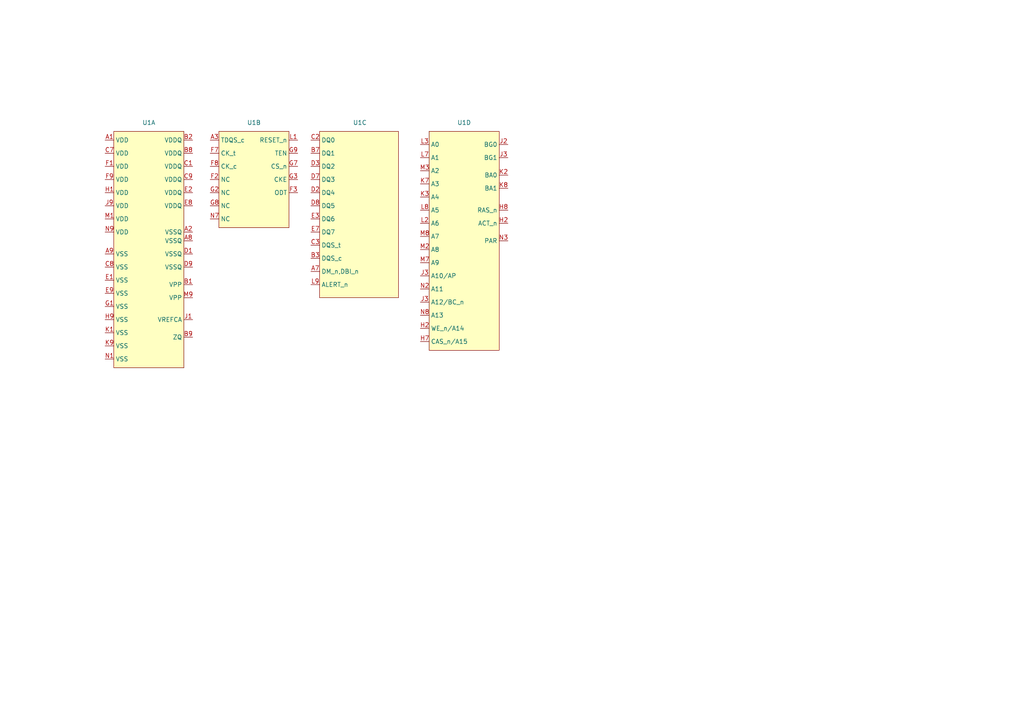
<source format=kicad_sch>
(kicad_sch (version 20250114) (generator "eeschema") (generator_version "9.0")
  (paper "A4")
  (lib_symbols
    (symbol "DDR4_DRAM_DIM:K4A8G045WC-BCPB"
      (property "Reference" "U" (at 0 27.178 0))
      (symbol "K4A8G045WC-BCPB_1_1"
        (rectangle (start -10.16 25.4) (end 10.16 -43.18) (fill (type background)))
        (pin power_in line (at -12.7 22.86 0) (length 2.54) (name "VDD") (number "A1"))
        (pin power_in line (at -12.7 19.05 0) (length 2.54) (name "VDD") (number "C7"))
        (pin power_in line (at -12.7 15.24 0) (length 2.54) (name "VDD") (number "F1"))
        (pin power_in line (at -12.7 11.43 0) (length 2.54) (name "VDD") (number "F9"))
        (pin power_in line (at -12.7 7.62 0) (length 2.54) (name "VDD") (number "H1"))
        (pin power_in line (at -12.7 3.81 0) (length 2.54) (name "VDD") (number "J9"))
        (pin power_in line (at -12.7 0 0) (length 2.54) (name "VDD") (number "M1"))
        (pin power_in line (at -12.7 -3.81 0) (length 2.54) (name "VDD") (number "N9"))
        (pin power_in line (at -12.7 -10.16 0) (length 2.54) (name "VSS") (number "A9"))
        (pin power_in line (at -12.7 -13.97 0) (length 2.54) (name "VSS") (number "C8"))
        (pin power_in line (at -12.7 -17.78 0) (length 2.54) (name "VSS") (number "E1"))
        (pin power_in line (at -12.7 -21.59 0) (length 2.54) (name "VSS") (number "E9"))
        (pin power_in line (at -12.7 -25.4 0) (length 2.54) (name "VSS") (number "G1"))
        (pin power_in line (at -12.7 -29.21 0) (length 2.54) (name "VSS") (number "H9"))
        (pin power_in line (at -12.7 -33.02 0) (length 2.54) (name "VSS") (number "K1"))
        (pin power_in line (at -12.7 -36.83 0) (length 2.54) (name "VSS") (number "K9"))
        (pin power_in line (at -12.7 -40.64 0) (length 2.54) (name "VSS") (number "N1"))
        (pin power_in line (at 12.7 22.86 180) (length 2.54) (name "VDDQ") (number "B2"))
        (pin power_in line (at 12.7 19.05 180) (length 2.54) (name "VDDQ") (number "B8"))
        (pin power_in line (at 12.7 15.24 180) (length 2.54) (name "VDDQ") (number "C1"))
        (pin power_in line (at 12.7 11.43 180) (length 2.54) (name "VDDQ") (number "C9"))
        (pin power_in line (at 12.7 7.62 180) (length 2.54) (name "VDDQ") (number "E2"))
        (pin power_in line (at 12.7 3.81 180) (length 2.54) (name "VDDQ") (number "E8"))
        (pin power_in line (at 12.7 -3.81 180) (length 2.54) (name "VSSQ") (number "A2"))
        (pin power_in line (at 12.7 -6.35 180) (length 2.54) (name "VSSQ") (number "A8"))
        (pin power_in line (at 12.7 -10.16 180) (length 2.54) (name "VSSQ") (number "D1"))
        (pin power_in line (at 12.7 -13.97 180) (length 2.54) (name "VSSQ") (number "D9"))
        (pin power_in line (at 12.7 -19.05 180) (length 2.54) (name "VPP") (number "B1"))
        (pin power_in line (at 12.7 -22.86 180) (length 2.54) (name "VPP") (number "M9"))
        (pin input line (at 12.7 -29.21 180) (length 2.54) (name "VREFCA") (number "J1"))
        (pin input line (at 12.7 -34.29 180) (length 2.54) (name "ZQ") (number "B9"))
      )
      (symbol "K4A8G045WC-BCPB_2_1"
        (rectangle (start -10.16 25.4) (end 10.16 -2.54) (fill (type background)))
        (pin output line (at -12.7 22.86 0) (length 2.54) (name "TDQS_c") (number "A3"))
        (pin input line (at -12.7 19.05 0) (length 2.54) (name "CK_t") (number "F7"))
        (pin input line (at -12.7 15.24 0) (length 2.54) (name "CK_c") (number "F8"))
        (pin free line (at -12.7 11.43 0) (length 2.54) (name "NC") (number "F2"))
        (pin free line (at -12.7 7.62 0) (length 2.54) (name "NC") (number "G2"))
        (pin free line (at -12.7 3.81 0) (length 2.54) (name "NC") (number "G8"))
        (pin free line (at -12.7 0 0) (length 2.54) (name "NC") (number "N7"))
        (pin input line (at 12.7 22.86 180) (length 2.54) (name "RESET_n") (number "L1"))
        (pin input line (at 12.7 19.05 180) (length 2.54) (name "TEN") (number "G9"))
        (pin input line (at 12.7 15.24 180) (length 2.54) (name "CS_n") (number "G7"))
        (pin input line (at 12.7 11.43 180) (length 2.54) (name "CKE") (number "G3"))
        (pin input line (at 12.7 7.62 180) (length 2.54) (name "ODT") (number "F3"))
      )
      (symbol "K4A8G045WC-BCPB_3_1"
        (rectangle (start -10.16 25.4) (end 12.7 -22.86) (fill (type background)))
        (pin bidirectional line (at -12.7 22.86 0) (length 2.54) (name "DQ0") (number "C2"))
        (pin bidirectional line (at -12.7 19.05 0) (length 2.54) (name "DQ1") (number "B7"))
        (pin bidirectional line (at -12.7 15.24 0) (length 2.54) (name "DQ2") (number "D3"))
        (pin bidirectional line (at -12.7 11.43 0) (length 2.54) (name "DQ3") (number "D7"))
        (pin bidirectional line (at -12.7 7.62 0) (length 2.54) (name "DQ4") (number "D2"))
        (pin bidirectional line (at -12.7 3.81 0) (length 2.54) (name "DQ5") (number "D8"))
        (pin bidirectional line (at -12.7 0 0) (length 2.54) (name "DQ6") (number "E3"))
        (pin bidirectional line (at -12.7 -3.81 0) (length 2.54) (name "DQ7") (number "E7"))
        (pin bidirectional line (at -12.7 -7.62 0) (length 2.54) (name "DQS_t") (number "C3"))
        (pin bidirectional line (at -12.7 -11.43 0) (length 2.54) (name "DQS_c") (number "B3"))
        (pin bidirectional line (at -12.7 -15.24 0) (length 2.54) (name "DM_n,DBI_n") (number "A7"))
        (pin bidirectional line (at -12.7 -19.05 0) (length 2.54) (name "ALERT_n") (number "L9"))
      )
      (symbol "K4A8G045WC-BCPB_4_1"
        (rectangle (start -10.16 25.4) (end 10.16 -38.1) (fill (type background)))
        (pin input line (at -12.7 21.59 0) (length 2.54) (name "A0") (number "L3"))
        (pin input line (at -12.7 17.78 0) (length 2.54) (name "A1") (number "L7"))
        (pin input line (at -12.7 13.97 0) (length 2.54) (name "A2") (number "M3"))
        (pin input line (at -12.7 10.16 0) (length 2.54) (name "A3") (number "K7"))
        (pin input line (at -12.7 6.35 0) (length 2.54) (name "A4") (number "K3"))
        (pin input line (at -12.7 2.54 0) (length 2.54) (name "A5") (number "L8"))
        (pin input line (at -12.7 -1.27 0) (length 2.54) (name "A6") (number "L2"))
        (pin input line (at -12.7 -5.08 0) (length 2.54) (name "A7") (number "M8"))
        (pin input line (at -12.7 -8.89 0) (length 2.54) (name "A8") (number "M2"))
        (pin input line (at -12.7 -12.7 0) (length 2.54) (name "A9") (number "M7"))
        (pin input line (at -12.7 -16.51 0) (length 2.54) (name "A10/AP") (number "J3"))
        (pin input line (at -12.7 -20.32 0) (length 2.54) (name "A11") (number "N2"))
        (pin input line (at -12.7 -24.13 0) (length 2.54) (name "A12/BC_n") (number "J3"))
        (pin input line (at -12.7 -27.94 0) (length 2.54) (name "A13") (number "N8"))
        (pin input line (at -12.7 -31.75 0) (length 2.54) (name "WE_n/A14") (number "H2"))
        (pin input line (at -12.7 -35.56 0) (length 2.54) (name "CAS_n/A15") (number "H7"))
        (pin input line (at 12.7 21.59 180) (length 2.54) (name "BG0") (number "J2"))
        (pin input line (at 12.7 17.78 180) (length 2.54) (name "BG1") (number "J3"))
        (pin input line (at 12.7 12.7 180) (length 2.54) (name "BA0") (number "K2"))
        (pin input line (at 12.7 8.89 180) (length 2.54) (name "BA1") (number "K8"))
        (pin input line (at 12.7 2.54 180) (length 2.54) (name "RAS_n") (number "H8"))
        (pin input line (at 12.7 -1.27 180) (length 2.54) (name "ACT_n") (number "H2"))
        (pin input line (at 12.7 -6.35 180) (length 2.54) (name "PAR") (number "N3"))
      )
    )
    (symbol "K4A8G045WC-BCPB_1"
      (property "Reference" "U" (at 0 27.178 0))
      (symbol "K4A8G045WC-BCPB_1_1_1"
        (rectangle (start -10.16 25.4) (end 10.16 -43.18) (fill (type background)))
        (pin power_in line (at -12.7 22.86 0) (length 2.54) (name "VDD") (number "A1"))
        (pin power_in line (at -12.7 19.05 0) (length 2.54) (name "VDD") (number "C7"))
        (pin power_in line (at -12.7 15.24 0) (length 2.54) (name "VDD") (number "F1"))
        (pin power_in line (at -12.7 11.43 0) (length 2.54) (name "VDD") (number "F9"))
        (pin power_in line (at -12.7 7.62 0) (length 2.54) (name "VDD") (number "H1"))
        (pin power_in line (at -12.7 3.81 0) (length 2.54) (name "VDD") (number "J9"))
        (pin power_in line (at -12.7 0 0) (length 2.54) (name "VDD") (number "M1"))
        (pin power_in line (at -12.7 -3.81 0) (length 2.54) (name "VDD") (number "N9"))
        (pin power_in line (at -12.7 -10.16 0) (length 2.54) (name "VSS") (number "A9"))
        (pin power_in line (at -12.7 -13.97 0) (length 2.54) (name "VSS") (number "C8"))
        (pin power_in line (at -12.7 -17.78 0) (length 2.54) (name "VSS") (number "E1"))
        (pin power_in line (at -12.7 -21.59 0) (length 2.54) (name "VSS") (number "E9"))
        (pin power_in line (at -12.7 -25.4 0) (length 2.54) (name "VSS") (number "G1"))
        (pin power_in line (at -12.7 -29.21 0) (length 2.54) (name "VSS") (number "H9"))
        (pin power_in line (at -12.7 -33.02 0) (length 2.54) (name "VSS") (number "K1"))
        (pin power_in line (at -12.7 -36.83 0) (length 2.54) (name "VSS") (number "K9"))
        (pin power_in line (at -12.7 -40.64 0) (length 2.54) (name "VSS") (number "N1"))
        (pin power_in line (at 12.7 22.86 180) (length 2.54) (name "VDDQ") (number "B2"))
        (pin power_in line (at 12.7 19.05 180) (length 2.54) (name "VDDQ") (number "B8"))
        (pin power_in line (at 12.7 15.24 180) (length 2.54) (name "VDDQ") (number "C1"))
        (pin power_in line (at 12.7 11.43 180) (length 2.54) (name "VDDQ") (number "C9"))
        (pin power_in line (at 12.7 7.62 180) (length 2.54) (name "VDDQ") (number "E2"))
        (pin power_in line (at 12.7 3.81 180) (length 2.54) (name "VDDQ") (number "E8"))
        (pin power_in line (at 12.7 -3.81 180) (length 2.54) (name "VSSQ") (number "A2"))
        (pin power_in line (at 12.7 -6.35 180) (length 2.54) (name "VSSQ") (number "A8"))
        (pin power_in line (at 12.7 -10.16 180) (length 2.54) (name "VSSQ") (number "D1"))
        (pin power_in line (at 12.7 -13.97 180) (length 2.54) (name "VSSQ") (number "D9"))
        (pin power_in line (at 12.7 -19.05 180) (length 2.54) (name "VPP") (number "B1"))
        (pin power_in line (at 12.7 -22.86 180) (length 2.54) (name "VPP") (number "M9"))
        (pin input line (at 12.7 -29.21 180) (length 2.54) (name "VREFCA") (number "J1"))
        (pin input line (at 12.7 -34.29 180) (length 2.54) (name "ZQ") (number "B9"))
      )
      (symbol "K4A8G045WC-BCPB_1_2_1"
        (rectangle (start -10.16 25.4) (end 10.16 -2.54) (fill (type background)))
        (pin output line (at -12.7 22.86 0) (length 2.54) (name "TDQS_c") (number "A3"))
        (pin input line (at -12.7 19.05 0) (length 2.54) (name "CK_t") (number "F7"))
        (pin input line (at -12.7 15.24 0) (length 2.54) (name "CK_c") (number "F8"))
        (pin free line (at -12.7 11.43 0) (length 2.54) (name "NC") (number "F2"))
        (pin free line (at -12.7 7.62 0) (length 2.54) (name "NC") (number "G2"))
        (pin free line (at -12.7 3.81 0) (length 2.54) (name "NC") (number "G8"))
        (pin free line (at -12.7 0 0) (length 2.54) (name "NC") (number "N7"))
        (pin input line (at 12.7 22.86 180) (length 2.54) (name "RESET_n") (number "L1"))
        (pin input line (at 12.7 19.05 180) (length 2.54) (name "TEN") (number "G9"))
        (pin input line (at 12.7 15.24 180) (length 2.54) (name "CS_n") (number "G7"))
        (pin input line (at 12.7 11.43 180) (length 2.54) (name "CKE") (number "G3"))
        (pin input line (at 12.7 7.62 180) (length 2.54) (name "ODT") (number "F3"))
      )
      (symbol "K4A8G045WC-BCPB_1_3_1"
        (rectangle (start -10.16 25.4) (end 12.7 -22.86) (fill (type background)))
        (pin bidirectional line (at -12.7 22.86 0) (length 2.54) (name "DQ0") (number "C2"))
        (pin bidirectional line (at -12.7 19.05 0) (length 2.54) (name "DQ1") (number "B7"))
        (pin bidirectional line (at -12.7 15.24 0) (length 2.54) (name "DQ2") (number "D3"))
        (pin bidirectional line (at -12.7 11.43 0) (length 2.54) (name "DQ3") (number "D7"))
        (pin bidirectional line (at -12.7 7.62 0) (length 2.54) (name "DQ4") (number "D2"))
        (pin bidirectional line (at -12.7 3.81 0) (length 2.54) (name "DQ5") (number "D8"))
        (pin bidirectional line (at -12.7 0 0) (length 2.54) (name "DQ6") (number "E3"))
        (pin bidirectional line (at -12.7 -3.81 0) (length 2.54) (name "DQ7") (number "E7"))
        (pin bidirectional line (at -12.7 -7.62 0) (length 2.54) (name "DQS_t") (number "C3"))
        (pin bidirectional line (at -12.7 -11.43 0) (length 2.54) (name "DQS_c") (number "B3"))
        (pin bidirectional line (at -12.7 -15.24 0) (length 2.54) (name "DM_n,DBI_n") (number "A7"))
        (pin bidirectional line (at -12.7 -19.05 0) (length 2.54) (name "ALERT_n") (number "L9"))
      )
      (symbol "K4A8G045WC-BCPB_1_4_1"
        (rectangle (start -10.16 25.4) (end 10.16 -38.1) (fill (type background)))
        (pin input line (at -12.7 21.59 0) (length 2.54) (name "A0") (number "L3"))
        (pin input line (at -12.7 17.78 0) (length 2.54) (name "A1") (number "L7"))
        (pin input line (at -12.7 13.97 0) (length 2.54) (name "A2") (number "M3"))
        (pin input line (at -12.7 10.16 0) (length 2.54) (name "A3") (number "K7"))
        (pin input line (at -12.7 6.35 0) (length 2.54) (name "A4") (number "K3"))
        (pin input line (at -12.7 2.54 0) (length 2.54) (name "A5") (number "L8"))
        (pin input line (at -12.7 -1.27 0) (length 2.54) (name "A6") (number "L2"))
        (pin input line (at -12.7 -5.08 0) (length 2.54) (name "A7") (number "M8"))
        (pin input line (at -12.7 -8.89 0) (length 2.54) (name "A8") (number "M2"))
        (pin input line (at -12.7 -12.7 0) (length 2.54) (name "A9") (number "M7"))
        (pin input line (at -12.7 -16.51 0) (length 2.54) (name "A10/AP") (number "J3"))
        (pin input line (at -12.7 -20.32 0) (length 2.54) (name "A11") (number "N2"))
        (pin input line (at -12.7 -24.13 0) (length 2.54) (name "A12/BC_n") (number "J3"))
        (pin input line (at -12.7 -27.94 0) (length 2.54) (name "A13") (number "N8"))
        (pin input line (at -12.7 -31.75 0) (length 2.54) (name "WE_n/A14") (number "H2"))
        (pin input line (at -12.7 -35.56 0) (length 2.54) (name "CAS_n/A15") (number "H7"))
        (pin input line (at 12.7 21.59 180) (length 2.54) (name "BG0") (number "J2"))
        (pin input line (at 12.7 17.78 180) (length 2.54) (name "BG1") (number "J3"))
        (pin input line (at 12.7 12.7 180) (length 2.54) (name "BA0") (number "K2"))
        (pin input line (at 12.7 8.89 180) (length 2.54) (name "BA1") (number "K8"))
        (pin input line (at 12.7 2.54 180) (length 2.54) (name "RAS_n") (number "H8"))
        (pin input line (at 12.7 -1.27 180) (length 2.54) (name "ACT_n") (number "H2"))
        (pin input line (at 12.7 -6.35 180) (length 2.54) (name "PAR") (number "N3"))
      )
    )
    (symbol "K4A8G045WC-BCPB_2"
      (property "Reference" "U" (at 0 27.178 0))
      (symbol "K4A8G045WC-BCPB_2_1_1"
        (rectangle (start -10.16 25.4) (end 10.16 -43.18) (fill (type background)))
        (pin power_in line (at -12.7 22.86 0) (length 2.54) (name "VDD") (number "A1"))
        (pin power_in line (at -12.7 19.05 0) (length 2.54) (name "VDD") (number "C7"))
        (pin power_in line (at -12.7 15.24 0) (length 2.54) (name "VDD") (number "F1"))
        (pin power_in line (at -12.7 11.43 0) (length 2.54) (name "VDD") (number "F9"))
        (pin power_in line (at -12.7 7.62 0) (length 2.54) (name "VDD") (number "H1"))
        (pin power_in line (at -12.7 3.81 0) (length 2.54) (name "VDD") (number "J9"))
        (pin power_in line (at -12.7 0 0) (length 2.54) (name "VDD") (number "M1"))
        (pin power_in line (at -12.7 -3.81 0) (length 2.54) (name "VDD") (number "N9"))
        (pin power_in line (at -12.7 -10.16 0) (length 2.54) (name "VSS") (number "A9"))
        (pin power_in line (at -12.7 -13.97 0) (length 2.54) (name "VSS") (number "C8"))
        (pin power_in line (at -12.7 -17.78 0) (length 2.54) (name "VSS") (number "E1"))
        (pin power_in line (at -12.7 -21.59 0) (length 2.54) (name "VSS") (number "E9"))
        (pin power_in line (at -12.7 -25.4 0) (length 2.54) (name "VSS") (number "G1"))
        (pin power_in line (at -12.7 -29.21 0) (length 2.54) (name "VSS") (number "H9"))
        (pin power_in line (at -12.7 -33.02 0) (length 2.54) (name "VSS") (number "K1"))
        (pin power_in line (at -12.7 -36.83 0) (length 2.54) (name "VSS") (number "K9"))
        (pin power_in line (at -12.7 -40.64 0) (length 2.54) (name "VSS") (number "N1"))
        (pin power_in line (at 12.7 22.86 180) (length 2.54) (name "VDDQ") (number "B2"))
        (pin power_in line (at 12.7 19.05 180) (length 2.54) (name "VDDQ") (number "B8"))
        (pin power_in line (at 12.7 15.24 180) (length 2.54) (name "VDDQ") (number "C1"))
        (pin power_in line (at 12.7 11.43 180) (length 2.54) (name "VDDQ") (number "C9"))
        (pin power_in line (at 12.7 7.62 180) (length 2.54) (name "VDDQ") (number "E2"))
        (pin power_in line (at 12.7 3.81 180) (length 2.54) (name "VDDQ") (number "E8"))
        (pin power_in line (at 12.7 -3.81 180) (length 2.54) (name "VSSQ") (number "A2"))
        (pin power_in line (at 12.7 -6.35 180) (length 2.54) (name "VSSQ") (number "A8"))
        (pin power_in line (at 12.7 -10.16 180) (length 2.54) (name "VSSQ") (number "D1"))
        (pin power_in line (at 12.7 -13.97 180) (length 2.54) (name "VSSQ") (number "D9"))
        (pin power_in line (at 12.7 -19.05 180) (length 2.54) (name "VPP") (number "B1"))
        (pin power_in line (at 12.7 -22.86 180) (length 2.54) (name "VPP") (number "M9"))
        (pin input line (at 12.7 -29.21 180) (length 2.54) (name "VREFCA") (number "J1"))
        (pin input line (at 12.7 -34.29 180) (length 2.54) (name "ZQ") (number "B9"))
      )
      (symbol "K4A8G045WC-BCPB_2_2_1"
        (rectangle (start -10.16 25.4) (end 10.16 -2.54) (fill (type background)))
        (pin output line (at -12.7 22.86 0) (length 2.54) (name "TDQS_c") (number "A3"))
        (pin input line (at -12.7 19.05 0) (length 2.54) (name "CK_t") (number "F7"))
        (pin input line (at -12.7 15.24 0) (length 2.54) (name "CK_c") (number "F8"))
        (pin free line (at -12.7 11.43 0) (length 2.54) (name "NC") (number "F2"))
        (pin free line (at -12.7 7.62 0) (length 2.54) (name "NC") (number "G2"))
        (pin free line (at -12.7 3.81 0) (length 2.54) (name "NC") (number "G8"))
        (pin free line (at -12.7 0 0) (length 2.54) (name "NC") (number "N7"))
        (pin input line (at 12.7 22.86 180) (length 2.54) (name "RESET_n") (number "L1"))
        (pin input line (at 12.7 19.05 180) (length 2.54) (name "TEN") (number "G9"))
        (pin input line (at 12.7 15.24 180) (length 2.54) (name "CS_n") (number "G7"))
        (pin input line (at 12.7 11.43 180) (length 2.54) (name "CKE") (number "G3"))
        (pin input line (at 12.7 7.62 180) (length 2.54) (name "ODT") (number "F3"))
      )
      (symbol "K4A8G045WC-BCPB_2_3_1"
        (rectangle (start -10.16 25.4) (end 12.7 -22.86) (fill (type background)))
        (pin bidirectional line (at -12.7 22.86 0) (length 2.54) (name "DQ0") (number "C2"))
        (pin bidirectional line (at -12.7 19.05 0) (length 2.54) (name "DQ1") (number "B7"))
        (pin bidirectional line (at -12.7 15.24 0) (length 2.54) (name "DQ2") (number "D3"))
        (pin bidirectional line (at -12.7 11.43 0) (length 2.54) (name "DQ3") (number "D7"))
        (pin bidirectional line (at -12.7 7.62 0) (length 2.54) (name "DQ4") (number "D2"))
        (pin bidirectional line (at -12.7 3.81 0) (length 2.54) (name "DQ5") (number "D8"))
        (pin bidirectional line (at -12.7 0 0) (length 2.54) (name "DQ6") (number "E3"))
        (pin bidirectional line (at -12.7 -3.81 0) (length 2.54) (name "DQ7") (number "E7"))
        (pin bidirectional line (at -12.7 -7.62 0) (length 2.54) (name "DQS_t") (number "C3"))
        (pin bidirectional line (at -12.7 -11.43 0) (length 2.54) (name "DQS_c") (number "B3"))
        (pin bidirectional line (at -12.7 -15.24 0) (length 2.54) (name "DM_n,DBI_n") (number "A7"))
        (pin bidirectional line (at -12.7 -19.05 0) (length 2.54) (name "ALERT_n") (number "L9"))
      )
      (symbol "K4A8G045WC-BCPB_2_4_1"
        (rectangle (start -10.16 25.4) (end 10.16 -38.1) (fill (type background)))
        (pin input line (at -12.7 21.59 0) (length 2.54) (name "A0") (number "L3"))
        (pin input line (at -12.7 17.78 0) (length 2.54) (name "A1") (number "L7"))
        (pin input line (at -12.7 13.97 0) (length 2.54) (name "A2") (number "M3"))
        (pin input line (at -12.7 10.16 0) (length 2.54) (name "A3") (number "K7"))
        (pin input line (at -12.7 6.35 0) (length 2.54) (name "A4") (number "K3"))
        (pin input line (at -12.7 2.54 0) (length 2.54) (name "A5") (number "L8"))
        (pin input line (at -12.7 -1.27 0) (length 2.54) (name "A6") (number "L2"))
        (pin input line (at -12.7 -5.08 0) (length 2.54) (name "A7") (number "M8"))
        (pin input line (at -12.7 -8.89 0) (length 2.54) (name "A8") (number "M2"))
        (pin input line (at -12.7 -12.7 0) (length 2.54) (name "A9") (number "M7"))
        (pin input line (at -12.7 -16.51 0) (length 2.54) (name "A10/AP") (number "J3"))
        (pin input line (at -12.7 -20.32 0) (length 2.54) (name "A11") (number "N2"))
        (pin input line (at -12.7 -24.13 0) (length 2.54) (name "A12/BC_n") (number "J3"))
        (pin input line (at -12.7 -27.94 0) (length 2.54) (name "A13") (number "N8"))
        (pin input line (at -12.7 -31.75 0) (length 2.54) (name "WE_n/A14") (number "H2"))
        (pin input line (at -12.7 -35.56 0) (length 2.54) (name "CAS_n/A15") (number "H7"))
        (pin input line (at 12.7 21.59 180) (length 2.54) (name "BG0") (number "J2"))
        (pin input line (at 12.7 17.78 180) (length 2.54) (name "BG1") (number "J3"))
        (pin input line (at 12.7 12.7 180) (length 2.54) (name "BA0") (number "K2"))
        (pin input line (at 12.7 8.89 180) (length 2.54) (name "BA1") (number "K8"))
        (pin input line (at 12.7 2.54 180) (length 2.54) (name "RAS_n") (number "H8"))
        (pin input line (at 12.7 -1.27 180) (length 2.54) (name "ACT_n") (number "H2"))
        (pin input line (at 12.7 -6.35 180) (length 2.54) (name "PAR") (number "N3"))
      )
    )
    (symbol "K4A8G045WC-BCPB_3"
      (property "Reference" "U" (at 0 27.178 0))
      (symbol "K4A8G045WC-BCPB_3_1_1"
        (rectangle (start -10.16 25.4) (end 10.16 -43.18) (fill (type background)))
        (pin power_in line (at -12.7 22.86 0) (length 2.54) (name "VDD") (number "A1"))
        (pin power_in line (at -12.7 19.05 0) (length 2.54) (name "VDD") (number "C7"))
        (pin power_in line (at -12.7 15.24 0) (length 2.54) (name "VDD") (number "F1"))
        (pin power_in line (at -12.7 11.43 0) (length 2.54) (name "VDD") (number "F9"))
        (pin power_in line (at -12.7 7.62 0) (length 2.54) (name "VDD") (number "H1"))
        (pin power_in line (at -12.7 3.81 0) (length 2.54) (name "VDD") (number "J9"))
        (pin power_in line (at -12.7 0 0) (length 2.54) (name "VDD") (number "M1"))
        (pin power_in line (at -12.7 -3.81 0) (length 2.54) (name "VDD") (number "N9"))
        (pin power_in line (at -12.7 -10.16 0) (length 2.54) (name "VSS") (number "A9"))
        (pin power_in line (at -12.7 -13.97 0) (length 2.54) (name "VSS") (number "C8"))
        (pin power_in line (at -12.7 -17.78 0) (length 2.54) (name "VSS") (number "E1"))
        (pin power_in line (at -12.7 -21.59 0) (length 2.54) (name "VSS") (number "E9"))
        (pin power_in line (at -12.7 -25.4 0) (length 2.54) (name "VSS") (number "G1"))
        (pin power_in line (at -12.7 -29.21 0) (length 2.54) (name "VSS") (number "H9"))
        (pin power_in line (at -12.7 -33.02 0) (length 2.54) (name "VSS") (number "K1"))
        (pin power_in line (at -12.7 -36.83 0) (length 2.54) (name "VSS") (number "K9"))
        (pin power_in line (at -12.7 -40.64 0) (length 2.54) (name "VSS") (number "N1"))
        (pin power_in line (at 12.7 22.86 180) (length 2.54) (name "VDDQ") (number "B2"))
        (pin power_in line (at 12.7 19.05 180) (length 2.54) (name "VDDQ") (number "B8"))
        (pin power_in line (at 12.7 15.24 180) (length 2.54) (name "VDDQ") (number "C1"))
        (pin power_in line (at 12.7 11.43 180) (length 2.54) (name "VDDQ") (number "C9"))
        (pin power_in line (at 12.7 7.62 180) (length 2.54) (name "VDDQ") (number "E2"))
        (pin power_in line (at 12.7 3.81 180) (length 2.54) (name "VDDQ") (number "E8"))
        (pin power_in line (at 12.7 -3.81 180) (length 2.54) (name "VSSQ") (number "A2"))
        (pin power_in line (at 12.7 -6.35 180) (length 2.54) (name "VSSQ") (number "A8"))
        (pin power_in line (at 12.7 -10.16 180) (length 2.54) (name "VSSQ") (number "D1"))
        (pin power_in line (at 12.7 -13.97 180) (length 2.54) (name "VSSQ") (number "D9"))
        (pin power_in line (at 12.7 -19.05 180) (length 2.54) (name "VPP") (number "B1"))
        (pin power_in line (at 12.7 -22.86 180) (length 2.54) (name "VPP") (number "M9"))
        (pin input line (at 12.7 -29.21 180) (length 2.54) (name "VREFCA") (number "J1"))
        (pin input line (at 12.7 -34.29 180) (length 2.54) (name "ZQ") (number "B9"))
      )
      (symbol "K4A8G045WC-BCPB_3_2_1"
        (rectangle (start -10.16 25.4) (end 10.16 -2.54) (fill (type background)))
        (pin output line (at -12.7 22.86 0) (length 2.54) (name "TDQS_c") (number "A3"))
        (pin input line (at -12.7 19.05 0) (length 2.54) (name "CK_t") (number "F7"))
        (pin input line (at -12.7 15.24 0) (length 2.54) (name "CK_c") (number "F8"))
        (pin free line (at -12.7 11.43 0) (length 2.54) (name "NC") (number "F2"))
        (pin free line (at -12.7 7.62 0) (length 2.54) (name "NC") (number "G2"))
        (pin free line (at -12.7 3.81 0) (length 2.54) (name "NC") (number "G8"))
        (pin free line (at -12.7 0 0) (length 2.54) (name "NC") (number "N7"))
        (pin input line (at 12.7 22.86 180) (length 2.54) (name "RESET_n") (number "L1"))
        (pin input line (at 12.7 19.05 180) (length 2.54) (name "TEN") (number "G9"))
        (pin input line (at 12.7 15.24 180) (length 2.54) (name "CS_n") (number "G7"))
        (pin input line (at 12.7 11.43 180) (length 2.54) (name "CKE") (number "G3"))
        (pin input line (at 12.7 7.62 180) (length 2.54) (name "ODT") (number "F3"))
      )
      (symbol "K4A8G045WC-BCPB_3_3_1"
        (rectangle (start -10.16 25.4) (end 12.7 -22.86) (fill (type background)))
        (pin bidirectional line (at -12.7 22.86 0) (length 2.54) (name "DQ0") (number "C2"))
        (pin bidirectional line (at -12.7 19.05 0) (length 2.54) (name "DQ1") (number "B7"))
        (pin bidirectional line (at -12.7 15.24 0) (length 2.54) (name "DQ2") (number "D3"))
        (pin bidirectional line (at -12.7 11.43 0) (length 2.54) (name "DQ3") (number "D7"))
        (pin bidirectional line (at -12.7 7.62 0) (length 2.54) (name "DQ4") (number "D2"))
        (pin bidirectional line (at -12.7 3.81 0) (length 2.54) (name "DQ5") (number "D8"))
        (pin bidirectional line (at -12.7 0 0) (length 2.54) (name "DQ6") (number "E3"))
        (pin bidirectional line (at -12.7 -3.81 0) (length 2.54) (name "DQ7") (number "E7"))
        (pin bidirectional line (at -12.7 -7.62 0) (length 2.54) (name "DQS_t") (number "C3"))
        (pin bidirectional line (at -12.7 -11.43 0) (length 2.54) (name "DQS_c") (number "B3"))
        (pin bidirectional line (at -12.7 -15.24 0) (length 2.54) (name "DM_n,DBI_n") (number "A7"))
        (pin bidirectional line (at -12.7 -19.05 0) (length 2.54) (name "ALERT_n") (number "L9"))
      )
      (symbol "K4A8G045WC-BCPB_3_4_1"
        (rectangle (start -10.16 25.4) (end 10.16 -38.1) (fill (type background)))
        (pin input line (at -12.7 21.59 0) (length 2.54) (name "A0") (number "L3"))
        (pin input line (at -12.7 17.78 0) (length 2.54) (name "A1") (number "L7"))
        (pin input line (at -12.7 13.97 0) (length 2.54) (name "A2") (number "M3"))
        (pin input line (at -12.7 10.16 0) (length 2.54) (name "A3") (number "K7"))
        (pin input line (at -12.7 6.35 0) (length 2.54) (name "A4") (number "K3"))
        (pin input line (at -12.7 2.54 0) (length 2.54) (name "A5") (number "L8"))
        (pin input line (at -12.7 -1.27 0) (length 2.54) (name "A6") (number "L2"))
        (pin input line (at -12.7 -5.08 0) (length 2.54) (name "A7") (number "M8"))
        (pin input line (at -12.7 -8.89 0) (length 2.54) (name "A8") (number "M2"))
        (pin input line (at -12.7 -12.7 0) (length 2.54) (name "A9") (number "M7"))
        (pin input line (at -12.7 -16.51 0) (length 2.54) (name "A10/AP") (number "J3"))
        (pin input line (at -12.7 -20.32 0) (length 2.54) (name "A11") (number "N2"))
        (pin input line (at -12.7 -24.13 0) (length 2.54) (name "A12/BC_n") (number "J3"))
        (pin input line (at -12.7 -27.94 0) (length 2.54) (name "A13") (number "N8"))
        (pin input line (at -12.7 -31.75 0) (length 2.54) (name "WE_n/A14") (number "H2"))
        (pin input line (at -12.7 -35.56 0) (length 2.54) (name "CAS_n/A15") (number "H7"))
        (pin input line (at 12.7 21.59 180) (length 2.54) (name "BG0") (number "J2"))
        (pin input line (at 12.7 17.78 180) (length 2.54) (name "BG1") (number "J3"))
        (pin input line (at 12.7 12.7 180) (length 2.54) (name "BA0") (number "K2"))
        (pin input line (at 12.7 8.89 180) (length 2.54) (name "BA1") (number "K8"))
        (pin input line (at 12.7 2.54 180) (length 2.54) (name "RAS_n") (number "H8"))
        (pin input line (at 12.7 -1.27 180) (length 2.54) (name "ACT_n") (number "H2"))
        (pin input line (at 12.7 -6.35 180) (length 2.54) (name "PAR") (number "N3"))
      )
    )
  )
  (symbol (lib_name "K4A8G045WC-BCPB_1") (lib_id "DDR4_DRAM_DIM:K4A8G045WC-BCPB") (at 73.66 63.5 0) (unit 2)
    (property "Reference" "U1" (at 73.66 35.56 0))
    (property "Value" "K4A8G045WC-BCPB" (effects (hide yes)))
    (property "Footprint" "DDR4_DRAM_DIMM:K4A8G045WC-BCPB" (effects (hide yes)))
  )
  (symbol (lib_name "K4A8G045WC-BCPB_3") (lib_id "DDR4_DRAM_DIM:K4A8G045WC-BCPB") (at 134.62 63.5 0) (unit 4)
    (property "Reference" "U1" (at 134.62 35.56 0))
    (property "Value" "K4A8G045WC-BCPB" (effects (hide yes)))
    (property "Footprint" "DDR4_DRAM_DIMM:K4A8G045WC-BCPB" (effects (hide yes)))
  )
  (symbol (lib_name "K4A8G045WC-BCPB_2") (lib_id "DDR4_DRAM_DIM:K4A8G045WC-BCPB") (at 102.87 63.5 0) (unit 3)
    (property "Reference" "U1" (at 102.362 35.56 0) (effects (justify left)))
    (property "Value" "K4A8G045WC-BCPB" (effects (hide yes)))
    (property "Footprint" "DDR4_DRAM_DIMM:K4A8G045WC-BCPB" (effects (hide yes)))
  )
  (symbol (lib_id "DDR4_DRAM_DIM:K4A8G045WC-BCPB") (at 43.18 63.5 0) (unit 1)
    (property "Reference" "U1" (at 43.18 35.56 0))
    (property "Value" "K4A8G045WC-BCPB" (effects (hide yes)))
    (property "Footprint" "DDR4_DRAM_DIMM:K4A8G045WC-BCPB" (effects (hide yes)))
  )
)
</source>
